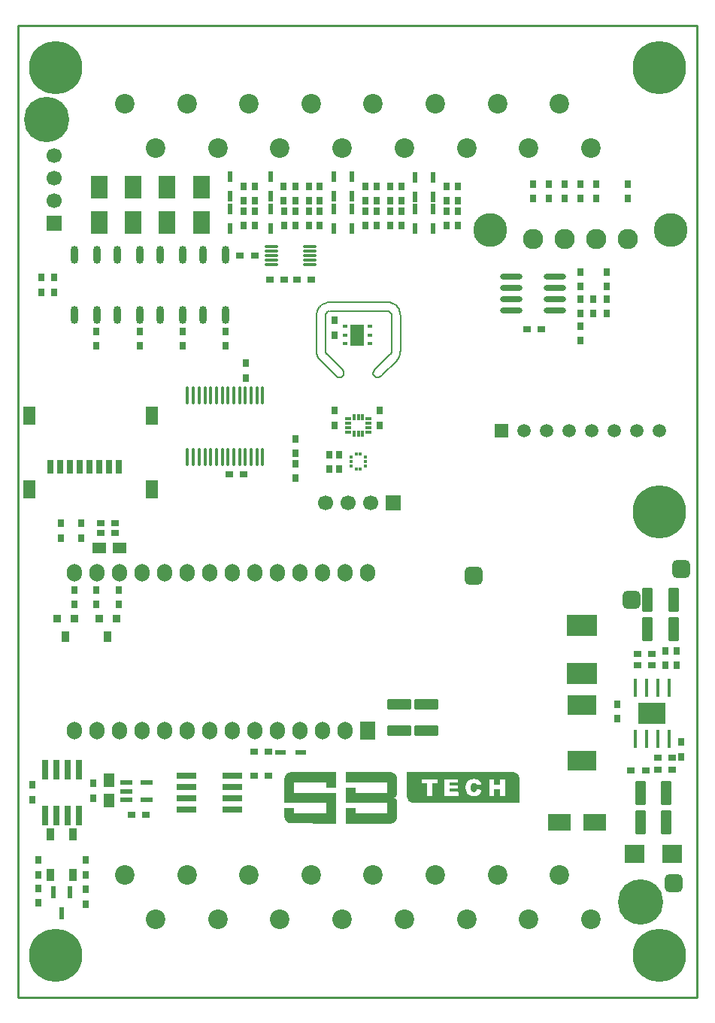
<source format=gts>
%FSTAX23Y23*%
%MOIN*%
%SFA1B1*%

%IPPOS*%
%AMD15*
4,1,8,0.027000,-0.009900,0.027000,0.009900,0.025200,0.011600,-0.025200,0.011600,-0.027000,0.009900,-0.027000,-0.009900,-0.025200,-0.011600,0.025200,-0.011600,0.027000,-0.009900,0.0*
1,1,0.003480,0.025200,-0.009900*
1,1,0.003480,0.025200,0.009900*
1,1,0.003480,-0.025200,0.009900*
1,1,0.003480,-0.025200,-0.009900*
%
%AMD17*
4,1,8,-0.027600,-0.005500,0.027600,-0.005500,0.028900,-0.004100,0.028900,0.004100,0.027600,0.005500,-0.027600,0.005500,-0.028900,0.004100,-0.028900,-0.004100,-0.027600,-0.005500,0.0*
1,1,0.002760,-0.027600,-0.004100*
1,1,0.002760,0.027600,-0.004100*
1,1,0.002760,0.027600,0.004100*
1,1,0.002760,-0.027600,0.004100*
%
%AMD19*
4,1,8,-0.010800,-0.005900,0.010800,-0.005900,0.012300,-0.004400,0.012300,0.004400,0.010800,0.005900,-0.010800,0.005900,-0.012300,0.004400,-0.012300,-0.004400,-0.010800,-0.005900,0.0*
1,1,0.002960,-0.010800,-0.004400*
1,1,0.002960,0.010800,-0.004400*
1,1,0.002960,0.010800,0.004400*
1,1,0.002960,-0.010800,0.004400*
%
%AMD20*
4,1,8,-0.004400,-0.012300,0.004400,-0.012300,0.005900,-0.010800,0.005900,0.010800,0.004400,0.012300,-0.004400,0.012300,-0.005900,0.010800,-0.005900,-0.010800,-0.004400,-0.012300,0.0*
1,1,0.002960,-0.004400,-0.010800*
1,1,0.002960,0.004400,-0.010800*
1,1,0.002960,0.004400,0.010800*
1,1,0.002960,-0.004400,0.010800*
%
%AMD25*
4,1,8,0.017700,0.053100,-0.017700,0.053100,-0.022600,0.048200,-0.022600,-0.048200,-0.017700,-0.053100,0.017700,-0.053100,0.022600,-0.048200,0.022600,0.048200,0.017700,0.053100,0.0*
1,1,0.009960,0.017700,0.048200*
1,1,0.009960,-0.017700,0.048200*
1,1,0.009960,-0.017700,-0.048200*
1,1,0.009960,0.017700,-0.048200*
%
%AMD26*
4,1,8,-0.053100,0.017700,-0.053100,-0.017700,-0.048200,-0.022600,0.048200,-0.022600,0.053100,-0.017700,0.053100,0.017700,0.048200,0.022600,-0.048200,0.022600,-0.053100,0.017700,0.0*
1,1,0.009960,-0.048200,0.017700*
1,1,0.009960,-0.048200,-0.017700*
1,1,0.009960,0.048200,-0.017700*
1,1,0.009960,0.048200,0.017700*
%
%AMD57*
4,1,8,0.000000,-0.033500,0.000000,-0.033500,0.033500,0.000000,0.033500,0.000000,0.000000,0.033500,0.000000,0.033500,-0.033500,0.000000,-0.033500,0.000000,0.000000,-0.033500,0.0*
1,1,0.066940,0.000000,0.000000*
1,1,0.066940,0.000000,0.000000*
1,1,0.066940,0.000000,0.000000*
1,1,0.066940,0.000000,0.000000*
%
%AMD59*
4,1,8,0.033500,0.000000,0.033500,0.000000,0.000000,0.033500,0.000000,0.033500,-0.033500,0.000000,-0.033500,0.000000,0.000000,-0.033500,0.000000,-0.033500,0.033500,0.000000,0.0*
1,1,0.066940,0.000000,0.000000*
1,1,0.066940,0.000000,0.000000*
1,1,0.066940,0.000000,0.000000*
1,1,0.066940,0.000000,0.000000*
%
%AMD68*
4,1,8,0.019700,0.039400,-0.019700,0.039400,-0.039400,0.019700,-0.039400,-0.019700,-0.019700,-0.039400,0.019700,-0.039400,0.039400,-0.019700,0.039400,0.019700,0.019700,0.039400,0.0*
1,1,0.039360,0.019700,0.019700*
1,1,0.039360,-0.019700,0.019700*
1,1,0.039360,-0.019700,-0.019700*
1,1,0.039360,0.019700,-0.019700*
%
%ADD10R,0.023620X0.053150*%
%ADD11R,0.017720X0.084650*%
%ADD12R,0.122050X0.094490*%
%ADD13R,0.036000X0.036000*%
%ADD14R,0.036000X0.050000*%
G04~CAMADD=15~8~0.0~0.0~232.3~539.4~17.4~0.0~15~0.0~0.0~0.0~0.0~0~0.0~0.0~0.0~0.0~0~0.0~0.0~0.0~270.0~540.0~232.0*
%ADD15D15*%
%ADD16R,0.035430X0.031500*%
G04~CAMADD=17~8~0.0~0.0~578.7~110.2~13.8~0.0~15~0.0~0.0~0.0~0.0~0~0.0~0.0~0.0~0.0~0~0.0~0.0~0.0~180.0~578.0~110.0*
%ADD17D17*%
%ADD18O,0.014330X0.079350*%
G04~CAMADD=19~8~0.0~0.0~246.1~118.1~14.8~0.0~15~0.0~0.0~0.0~0.0~0~0.0~0.0~0.0~0.0~0~0.0~0.0~0.0~180.0~246.0~118.0*
%ADD19D19*%
G04~CAMADD=20~8~0.0~0.0~118.1~246.1~14.8~0.0~15~0.0~0.0~0.0~0.0~0~0.0~0.0~0.0~0.0~0~0.0~0.0~0.0~180.0~118.0~246.0*
%ADD20D20*%
%ADD21O,0.035430X0.078740*%
%ADD22R,0.057090X0.078740*%
%ADD23R,0.031500X0.059050*%
%ADD24R,0.135000X0.098000*%
G04~CAMADD=25~8~0.0~0.0~452.8~1063.0~49.8~0.0~15~0.0~0.0~0.0~0.0~0~0.0~0.0~0.0~0.0~0~0.0~0.0~0.0~0.0~452.8~1063.0*
%ADD25D25*%
G04~CAMADD=26~8~0.0~0.0~452.8~1063.0~49.8~0.0~15~0.0~0.0~0.0~0.0~0~0.0~0.0~0.0~0.0~0~0.0~0.0~0.0~90.0~1062.0~452.0*
%ADD26D26*%
%ADD27R,0.013680X0.014830*%
%ADD28R,0.014830X0.013680*%
%ADD29R,0.035430X0.053150*%
%ADD30R,0.059050X0.094490*%
%ADD31R,0.023620X0.015750*%
%ADD32R,0.045560X0.019360*%
%ADD33R,0.019360X0.045560*%
%ADD34R,0.025590X0.085430*%
%ADD35R,0.085430X0.025590*%
%ADD36R,0.085430X0.078740*%
%ADD37R,0.074800X0.098420*%
%ADD38R,0.098420X0.074800*%
%ADD39R,0.031500X0.035430*%
%ADD40R,0.050000X0.060000*%
%ADD41R,0.060000X0.050000*%
%ADD42R,0.125200X0.085840*%
%ADD43O,0.098420X0.027560*%
%ADD45C,0.010000*%
%ADD55C,0.005910*%
%ADD56R,0.066930X0.066930*%
G04~CAMADD=57~8~0.0~0.0~669.3~669.3~334.7~0.0~15~0.0~0.0~0.0~0.0~0~0.0~0.0~0.0~0.0~0~0.0~0.0~0.0~180.0~670.0~669.0*
%ADD57D57*%
%ADD58R,0.066930X0.066930*%
G04~CAMADD=59~8~0.0~0.0~669.3~669.3~334.7~0.0~15~0.0~0.0~0.0~0.0~0~0.0~0.0~0.0~0.0~0~0.0~0.0~0.0~270.0~670.0~669.0*
%ADD59D59*%
%ADD60C,0.086610*%
%ADD61C,0.090000*%
%ADD62C,0.150000*%
%ADD63R,0.059050X0.059050*%
%ADD64C,0.059050*%
%ADD65R,0.066930X0.078740*%
%ADD66O,0.066930X0.078740*%
%ADD67C,0.236220*%
G04~CAMADD=68~8~0.0~0.0~787.4~787.4~196.8~0.0~15~0.0~0.0~0.0~0.0~0~0.0~0.0~0.0~0.0~0~0.0~0.0~0.0~0.0~787.4~787.4*
%ADD68D68*%
%ADD92C,0.200790*%
%LNsbtech_icarusboard_1v0-1*%
%LPD*%
G36*
X01454Y00999D02*
X01653Y00999D01*
X01653Y00999*
X01654Y00999*
X01654Y00999*
X01654Y00999*
X01655Y00999*
X01656Y00999*
X01656Y00999*
X01657Y00998*
X01658Y00998*
X01658Y00998*
X01659Y00998*
X01659Y00998*
X0166Y00997*
X0166Y00997*
X0166Y00997*
X01661Y00997*
X01661Y00997*
X01662Y00997*
X01662Y00996*
X01663Y00996*
X01663Y00996*
X01663Y00996*
X01663Y00996*
X01663Y00996*
X01664Y00996*
X01664Y00996*
X01664Y00995*
X01665Y00995*
X01665Y00995*
X01666Y00995*
X01666Y00994*
X01666Y00994*
X01666Y00994*
X01667Y00994*
X01667Y00994*
X01667Y00993*
X01667Y00993*
X01668Y00993*
X01668Y00993*
X01669Y00993*
X01669Y00992*
X01669Y00992*
X01669Y00992*
X01669Y00992*
X01669Y00992*
X0167Y00991*
X0167Y00991*
X01671Y00991*
X01671Y00991*
X01671Y0099*
X01671Y0099*
X01671Y0099*
X01671Y0099*
X01672Y0099*
X01672Y0099*
X01672Y00989*
X01672Y00989*
X01672Y00989*
X01672Y00989*
X01672Y00989*
X01673Y00989*
X01673Y00989*
X01673Y00988*
X01673Y00988*
X01673Y00988*
X01673Y00988*
X01674Y00987*
X01674Y00987*
X01674Y00987*
X01674Y00986*
X01674Y00986*
X01675Y00986*
X01675Y00986*
X01675Y00985*
X01676Y00985*
X01676Y00984*
X01676Y00984*
X01676Y00984*
X01676Y00983*
X01677Y00983*
X01677Y00983*
X01677Y00982*
X01677Y00982*
X01677Y00982*
X01677Y00981*
X01678Y00981*
X01678Y0098*
X01678Y0098*
X01678Y0098*
X01678Y0098*
X01678Y00979*
X01678Y00979*
X01678Y00978*
X01679Y00978*
X01679Y00977*
X01679Y00977*
X01679Y00977*
X01679Y00976*
X01679Y00975*
X01679Y00975*
X0168Y00975*
X0168Y00973*
X0168Y00973*
X0168Y00972*
X0168Y00972*
X0168Y00971*
X0168Y0097*
X0168Y0097*
X0168Y00906*
X0168Y00906*
X0168Y00906*
X0168Y00905*
X0168Y00904*
X0168Y00903*
X0168Y00903*
X01679Y00902*
X01679Y00902*
X01679Y00902*
X01679Y00901*
X01679Y00901*
X01679Y009*
X01679Y009*
X01679Y00899*
X01678Y00899*
X01678Y00898*
X01678Y00897*
X01678Y00897*
X01678Y00896*
X01678Y00896*
X01677Y00896*
X01677Y00895*
X01677Y00895*
X01677Y00894*
X01677Y00894*
X01677Y00894*
X01676Y00894*
X01676Y00893*
X01676Y00893*
X01676Y00893*
X01676Y00892*
X01676Y00892*
X01675Y00892*
X01675Y00892*
X01675Y00891*
X01675Y00891*
X01675Y00891*
X01674Y00891*
X01674Y0089*
X01674Y0089*
X01674Y0089*
X01673Y00889*
X01673Y00889*
X01673Y00889*
X01672Y00888*
X01672Y00888*
X01671Y00888*
X01671Y00887*
X01671Y00887*
X01671Y00887*
X01671Y00887*
X0167Y00887*
X0167Y00887*
X01669Y00887*
X01669Y00886*
X01669Y00886*
X01668Y00886*
X01668Y00886*
X01667Y00886*
X01667Y00886*
X01667Y00885*
X01667Y00885*
X01667Y00885*
X01667Y00885*
X01668Y00884*
X01668Y00884*
X01668Y00884*
X01669Y00884*
X01669Y00884*
X0167Y00883*
X0167Y00883*
X01671Y00883*
X01671Y00883*
X01671Y00883*
X01671Y00883*
X01672Y00882*
X01672Y00882*
X01673Y00882*
X01673Y00881*
X01673Y00881*
X01674Y00881*
X01674Y00881*
X01674Y0088*
X01675Y0088*
X01675Y0088*
X01675Y0088*
X01676Y00879*
X01676Y00879*
X01676Y00878*
X01677Y00878*
X01677Y00878*
X01677Y00878*
X01677Y00877*
X01677Y00877*
X01678Y00877*
X01678Y00876*
X01678Y00876*
X01678Y00875*
X01679Y00875*
X01679Y00875*
X01679Y00874*
X01679Y00874*
X0168Y00873*
X0168Y00873*
X0168Y00872*
X0168Y00872*
X0168Y00871*
X0168Y00871*
X0168Y0087*
X0168Y0087*
X0168Y00869*
X0168Y008*
X0168Y00799*
X0168Y00798*
X0168Y00797*
X0168Y00797*
X0168Y00797*
X0168Y00796*
X01679Y00795*
X01679Y00795*
X01679Y00795*
X01679Y00794*
X01679Y00793*
X01679Y00793*
X01678Y00792*
X01678Y00792*
X01678Y00791*
X01678Y00791*
X01678Y00791*
X01678Y00791*
X01678Y0079*
X01678Y0079*
X01678Y00789*
X01677Y00789*
X01677Y00789*
X01677Y00788*
X01677Y00788*
X01677Y00788*
X01677Y00788*
X01677Y00787*
X01676Y00787*
X01676Y00787*
X01676Y00787*
X01676Y00786*
X01675Y00785*
X01675Y00785*
X01675Y00784*
X01675Y00784*
X01675Y00784*
X01674Y00784*
X01674Y00784*
X01674Y00783*
X01674Y00783*
X01673Y00783*
X01673Y00782*
X01673Y00782*
X01673Y00782*
X01673Y00781*
X01673Y00781*
X01672Y00781*
X01672Y00781*
X01672Y00781*
X01672Y00781*
X01672Y00781*
X01672Y0078*
X01671Y0078*
X01671Y0078*
X01671Y0078*
X01671Y0078*
X01671Y0078*
X01671Y0078*
X0167Y00779*
X0167Y00779*
X0167Y00779*
X0167Y00779*
X0167Y00779*
X0167Y00779*
X0167Y00778*
X01669Y00778*
X01669Y00778*
X01669Y00778*
X01668Y00778*
X01668Y00777*
X01668Y00777*
X01667Y00777*
X01667Y00777*
X01667Y00776*
X01667Y00776*
X01666Y00776*
X01665Y00775*
X01665Y00775*
X01665Y00775*
X01664Y00775*
X01664Y00775*
X01663Y00774*
X01663Y00774*
X01663Y00774*
X01662Y00774*
X01662Y00773*
X01661Y00773*
X01661Y00773*
X0166Y00773*
X0166Y00773*
X01659Y00773*
X01659Y00772*
X01658Y00772*
X01658Y00772*
X01657Y00772*
X01657Y00772*
X01656Y00772*
X01656Y00772*
X01655Y00772*
X01654Y00771*
X01654Y00771*
X01654Y00771*
X01465Y00771*
X01465Y00771*
X01465Y00771*
X01465Y00771*
X01464Y00771*
X01453Y00771*
X01453Y00772*
X01453Y00772*
X01452Y00772*
X01452Y00839*
X01453Y0084*
X01453Y0084*
X01495Y0084*
X01495Y00839*
X01495Y00839*
X01495Y00817*
X01496Y00817*
X01496Y00817*
X01496Y00817*
X01637Y00817*
X01637Y00817*
X01637Y00817*
X01637Y00817*
X01637Y00862*
X01637Y00862*
X01637Y00862*
X01453Y00863*
X01453Y00863*
X01453Y00863*
X01453Y00864*
X01453Y0093*
X01453Y00931*
X01453Y00931*
X01453Y00931*
X01453Y00931*
X01495Y00931*
X01496Y00931*
X01496Y0093*
X01496Y00908*
X01496Y00908*
X01496Y00908*
X0161*
X01637Y00908*
X01637Y00908*
X01637Y00908*
X01637Y00909*
X01637Y00953*
X01637Y00954*
X01637Y00954*
X01636Y00954*
X01453Y00954*
X01453Y00954*
X01452Y00954*
X01452Y00954*
X01452Y00999*
X01452Y00999*
X01453Y00999*
X01454Y00999*
G37*
G36*
X01725Y00999D02*
X01726Y00999D01*
X02158*
X02193Y00999*
X02194Y00999*
X02194Y00999*
X02195Y00999*
X02197Y00999*
X02197Y00999*
X02198Y00999*
X02198Y00999*
X02199Y00999*
X02199Y00999*
X022Y00999*
X022Y00999*
X02201Y00998*
X02201Y00998*
X02202Y00998*
X02202Y00998*
X02203Y00998*
X02203Y00997*
X02204Y00997*
X02204Y00997*
X02204Y00997*
X02204Y00997*
X02205Y00997*
X02205Y00997*
X02206Y00996*
X02206Y00996*
X02207Y00996*
X02207Y00996*
X02207Y00996*
X02207Y00996*
X02207Y00996*
X02208Y00995*
X02208Y00995*
X02208Y00995*
X02208Y00995*
X02209Y00995*
X02209Y00994*
X0221Y00994*
X0221Y00994*
X0221Y00994*
X02211Y00994*
X02211Y00993*
X02211Y00993*
X02211Y00993*
X02212Y00993*
X02212Y00992*
X02212Y00992*
X02212Y00992*
X02213Y00992*
X02213Y00992*
X02213Y00992*
X02213Y00991*
X02213Y00991*
X02214Y00991*
X02214Y0099*
X02214Y0099*
X02214Y0099*
X02214Y0099*
X02214Y0099*
X02215Y0099*
X02215Y00989*
X02215Y00989*
X02216Y00989*
X02216Y00989*
X02216Y00988*
X02216Y00988*
X02216Y00988*
X02216Y00988*
X02217Y00987*
X02217Y00987*
X02217Y00987*
X02217Y00987*
X02218Y00986*
X02218Y00986*
X02218Y00986*
X02218Y00985*
X02218Y00985*
X02218Y00985*
X02218Y00985*
X02219Y00985*
X02219Y00984*
X02219Y00984*
X02219Y00984*
X02219Y00983*
X0222Y00983*
X0222Y00983*
X0222Y00982*
X0222Y00982*
X0222Y00981*
X0222Y00981*
X02221Y00981*
X02221Y0098*
X02221Y00979*
X02221Y00979*
X02221Y00979*
X02221Y00978*
X02221Y00978*
X02222Y00978*
X02222Y00978*
X02222Y00977*
X02222Y00977*
X02222Y00977*
X02222Y00976*
X02222Y00975*
X02222Y00975*
X02222Y00974*
X02223Y00973*
X02223Y00973*
X02223Y00972*
X02223Y00972*
X02223Y00972*
X02223Y00972*
X02223Y00972*
X02223Y00971*
X02223Y00863*
X02223Y00863*
X02222Y00863*
X02222Y00863*
X02222Y00863*
X02222Y00863*
X01754Y00863*
X01754Y00863*
X01754Y00863*
X01753Y00863*
X01753Y00863*
X01752Y00863*
X01751Y00863*
X0175Y00863*
X01749Y00863*
X01749Y00863*
X01748Y00864*
X01747Y00864*
X01747Y00864*
X01746Y00864*
X01746Y00864*
X01746Y00864*
X01745Y00864*
X01745Y00864*
X01744Y00865*
X01744Y00865*
X01743Y00865*
X01743Y00865*
X01743Y00865*
X01742Y00865*
X01742Y00866*
X01741Y00866*
X01741Y00866*
X01741Y00866*
X01741Y00866*
X0174Y00866*
X0174Y00867*
X01739Y00867*
X01739Y00867*
X01739Y00867*
X01739Y00867*
X01738Y00868*
X01738Y00868*
X01737Y00868*
X01737Y00868*
X01737Y00869*
X01736Y00869*
X01736Y00869*
X01736Y00869*
X01735Y0087*
X01735Y0087*
X01735Y0087*
X01735Y0087*
X01734Y0087*
X01731Y00874*
X01731Y00874*
X01731Y00874*
X01731Y00874*
X01731Y00874*
X0173Y00875*
X0173Y00875*
X0173Y00875*
X0173Y00876*
X01729Y00876*
X01729Y00877*
X01729Y00877*
X01729Y00878*
X01728Y00878*
X01728Y00878*
X01728Y00878*
X01728Y00879*
X01728Y00879*
X01728Y00879*
X01727Y0088*
X01727Y0088*
X01727Y0088*
X01727Y0088*
X01727Y00881*
X01727Y00881*
X01726Y00882*
X01726Y00882*
X01726Y00882*
X01726Y00883*
X01726Y00883*
X01726Y00884*
X01725Y00884*
X01725Y00885*
X01725Y00885*
X01725Y00886*
X01725Y00886*
X01725Y00886*
X01725Y00887*
X01725Y00887*
X01725Y00888*
X01724Y00889*
X01724Y00889*
X01724Y0089*
X01724Y0089*
X01724Y00891*
X01724Y00893*
X01724Y00893*
X01724Y00999*
X01724Y00999*
X01724Y01*
X01725Y00999*
G37*
G36*
X01409Y00999D02*
X01409Y00999D01*
X01409Y00931*
X01409Y00931*
X01408Y00931*
X01408Y00931*
X01408Y00931*
X01367Y00931*
X01366Y00931*
X01366Y00931*
X01366Y00931*
X01366Y00932*
X01366Y00953*
X01366Y00954*
X01365Y00954*
X01365Y00954*
X01224Y00954*
X01224Y00954*
X01224Y00953*
X01224Y00908*
X01224Y00908*
X01224Y00908*
X01225Y00908*
X01408Y00908*
X01408Y00908*
X01409Y00908*
X01409Y00907*
Y00807*
Y00807*
X01409Y00772*
X01409Y00771*
X01408Y00771*
X01407Y00771*
X01209Y00772*
X01208Y00772*
X01207Y00772*
X01206Y00772*
X01206Y00772*
X01206Y00772*
X01205Y00772*
X01205Y00772*
X01204Y00772*
X01203Y00773*
X01203Y00773*
X01202Y00773*
X01202Y00773*
X01201Y00773*
X01201Y00773*
X01201Y00773*
X012Y00774*
X01199Y00774*
X01199Y00774*
X01198Y00774*
X01198Y00774*
X01198Y00774*
X01198Y00775*
X01198Y00775*
X01197Y00775*
X01197Y00775*
X01197Y00775*
X01196Y00775*
X01196Y00776*
X01195Y00776*
X01195Y00776*
X01194Y00777*
X01194Y00777*
X01193Y00777*
X01193Y00778*
X01193Y00778*
X01192Y00778*
X01192Y00778*
X01192Y00778*
X01192Y00779*
X01192Y00779*
X01192Y00779*
X01192Y00779*
X01191Y00779*
X01191Y00779*
X01189Y00781*
X01189Y00782*
X01189Y00782*
X01188Y00782*
X01188Y00782*
X01188Y00783*
X01188Y00783*
X01187Y00784*
X01187Y00784*
X01187Y00784*
X01186Y00785*
X01186Y00785*
X01186Y00786*
X01185Y00786*
X01185Y00787*
X01185Y00787*
X01185Y00787*
X01185Y00788*
X01185Y00788*
X01184Y00788*
X01184Y00788*
X01184Y00788*
X01184Y00789*
X01184Y00789*
X01184Y0079*
X01184Y0079*
X01183Y00791*
X01183Y00791*
X01183Y00791*
X01183Y00791*
X01183Y00792*
X01183Y00792*
X01183Y00793*
X01182Y00793*
X01182Y00794*
X01182Y00795*
X01182Y00795*
X01182Y00796*
X01182Y00796*
X01182Y00797*
X01182Y00798*
X01181Y00798*
X01181Y00799*
X01181Y00799*
X01181Y00799*
X01181Y0084*
X01224Y0084*
X01224Y00839*
X01224Y00839*
X01224Y00838*
X01224Y00817*
X01224Y00817*
X01224Y00817*
X01366Y00817*
X01366Y00817*
X01366Y00817*
X01366Y00819*
X01366Y00862*
X01366Y00862*
X01366Y00862*
X01181Y00863*
X01181Y00972*
X01181Y00972*
X01181Y00972*
X01182Y00973*
X01182Y00974*
X01182Y00974*
X01182Y00975*
X01182Y00976*
X01182Y00976*
X01182Y00977*
X01182Y00978*
X01182Y00978*
X01183Y00978*
X01183Y00979*
X01183Y0098*
X01183Y00981*
X01184Y00981*
X01184Y00982*
X01184Y00982*
X01184Y00982*
X01184Y00983*
X01185Y00983*
X01185Y00983*
X01185Y00983*
X01185Y00984*
X01185Y00984*
X01185Y00984*
X01185Y00985*
X01186Y00985*
X01186Y00985*
X01186Y00986*
X01186Y00986*
X01187Y00986*
X01187Y00987*
X01187Y00987*
X01187Y00987*
X01188Y00988*
X01188Y00988*
X01188Y00989*
X01188Y00989*
X01189Y00989*
X01189Y00989*
X01189Y0099*
X01191Y00992*
X01192Y00992*
X01192Y00993*
X01192Y00993*
X01193Y00993*
X01193Y00993*
X01193Y00993*
X01194Y00994*
X01194Y00994*
X01194Y00994*
X01195Y00995*
X01196Y00995*
X01196Y00995*
X01197Y00996*
X01197Y00996*
X01197Y00996*
X01197Y00996*
X01197Y00996*
X01198Y00996*
X01198Y00996*
X01198Y00996*
X01199Y00997*
X01199Y00997*
X01199Y00997*
X012Y00997*
X012Y00997*
X01201Y00997*
X01201Y00998*
X01202Y00998*
X01203Y00998*
X01203Y00998*
X01203Y00998*
X01204Y00998*
X01204Y00998*
X01205Y00999*
X01205Y00999*
X01206Y00999*
X01206Y00999*
X01207Y00999*
X01207Y00999*
X01207Y00999*
X01208Y00999*
X01209Y00999*
X01408Y00999*
X01408Y00999*
X01409Y00999*
G37*
%LNsbtech_icarusboard_1v0-2*%
%LPC*%
G36*
X01857Y00967D02*
X01791D01*
X01789Y00967*
X01789Y00967*
X01789Y00967*
X01789Y00966*
X01789Y0095*
X01789Y0095*
X01789Y0095*
X0179Y00949*
X01812Y00949*
X01812Y00949*
X01812Y00949*
X01812Y00896*
X01812Y00895*
X01812Y00895*
X01813Y00895*
X01834Y00895*
X01835Y00895*
X01835Y00895*
X01835Y00896*
X01835Y00948*
X01835Y00948*
X01835Y00949*
X01835Y00949*
X01835Y00949*
X01835Y00949*
X01857Y00949*
X01858Y0095*
X01858Y0095*
X01858Y00951*
X01858Y00967*
X01857Y00967*
X01857Y00967*
X01857Y00967*
G37*
G36*
X0195Y00968D02*
X01949Y00967D01*
X0189Y00967*
X0189Y00967*
X0189Y00895*
X0189Y00895*
X01891Y00895*
X01951Y00895*
X01952Y00895*
X01952Y00895*
X01952Y00911*
X01952Y00911*
X01951Y00912*
X01913Y00912*
X01913Y00912*
X01913Y00912*
X01913Y00925*
X01913Y00926*
X01914Y00926*
X01947Y00926*
X01948Y00926*
X01948Y00926*
X01948Y00926*
X01948Y00927*
X01948Y0094*
X01948Y0094*
X01947Y00941*
X01914Y00941*
X01913Y00941*
X01913Y00941*
X01913Y00941*
X01913Y00952*
X01913Y00952*
X01914Y00952*
X01914Y00952*
X01949*
X0195Y00952*
X0195Y00952*
X01951Y00952*
X0195Y00967*
X0195Y00967*
X0195Y00968*
G37*
G36*
X02022Y00969D02*
X02015Y00969D01*
X02015Y00969*
X02014Y00968*
X02012Y00968*
X02011Y00968*
X02011Y00968*
X0201Y00968*
X0201Y00968*
X0201Y00968*
X02009Y00968*
X02008Y00967*
X02008Y00967*
X02007Y00967*
X02007Y00967*
X02007Y00967*
X02006Y00967*
X02006Y00967*
X02005Y00966*
X02005Y00966*
X02004Y00966*
X02004Y00966*
X02003Y00966*
X02003Y00966*
X02003Y00965*
X02002Y00965*
X02002Y00965*
X02002Y00965*
X02001Y00965*
X02001Y00965*
X02001Y00964*
X02Y00964*
X02Y00964*
X02Y00964*
X01999Y00964*
X01999Y00963*
X01999Y00963*
X01998Y00963*
X01998Y00963*
X01998Y00963*
X01997Y00962*
X01997Y00962*
X01996Y00962*
X01996Y00961*
X01995Y00961*
X01995Y00961*
X01995Y00961*
X01995Y00961*
X01995Y00961*
X01995Y0096*
X01995Y0096*
X01994Y0096*
X01994Y0096*
X01994Y0096*
X01994Y0096*
X01994Y00959*
X01994Y00959*
X01993Y00959*
X01993Y00959*
X01993Y00959*
X01993Y00959*
X01993Y00959*
X01993Y00958*
X01992Y00958*
X01992Y00958*
X01992Y00958*
X01992Y00958*
X01992Y00958*
X01992Y00958*
X01992Y00957*
X01992Y00957*
X01991Y00957*
X01991Y00957*
X01991Y00956*
X01991Y00956*
X0199Y00956*
X0199Y00955*
X0199Y00955*
X0199Y00955*
X0199Y00955*
X01989Y00954*
X01989Y00954*
X01989Y00954*
X01989Y00953*
X01989Y00953*
X01989Y00953*
X01988Y00953*
X01988Y00952*
X01988Y00952*
X01988Y00952*
X01988Y00952*
X01988Y00951*
X01988Y00951*
X01988Y00951*
X01987Y00951*
X01987Y00951*
X01987Y0095*
X01987Y0095*
X01987Y00949*
X01987Y00949*
X01987Y00948*
X01986Y00947*
X01986Y00947*
X01986Y00946*
X01985Y00945*
X01985Y00945*
X01985Y00944*
X01985Y00944*
X01985Y00943*
X01985Y00943*
X01985Y00942*
X01985Y00941*
X01985Y00941*
X01984Y00941*
X01984Y00941*
X01984Y0094*
X01984Y00939*
X01984Y00938*
X01984Y00937*
X01984Y00937*
X01984Y00937*
X01984Y00936*
X01984Y00936*
X01984Y00933*
X01984Y00932*
X01984Y00932*
X01984Y0093*
X01984Y0093*
X01984Y00929*
X01984Y00927*
X01984Y00927*
X01984Y00926*
X01984Y00925*
X01984Y00925*
X01984Y00925*
X01984Y00923*
X01984Y00923*
X01984Y00922*
X01985Y00922*
X01985Y00921*
X01985Y00921*
X01985Y0092*
X01985Y00919*
X01985Y00919*
X01985Y00919*
X01985Y00918*
X01985Y00918*
X01985Y00917*
X01986Y00917*
X01986Y00916*
X01986Y00916*
X01986Y00915*
X01986Y00915*
X01987Y00914*
X01987Y00914*
X01987Y00913*
X01987Y00913*
X01987Y00913*
X01987Y00913*
X01987Y00912*
X01988Y00912*
X01988Y00911*
X01988Y00911*
X01988Y0091*
X01989Y0091*
X01989Y0091*
X01989Y00909*
X01989Y00909*
X01989Y00909*
X0199Y00909*
X0199Y00908*
X0199Y00908*
X01991Y00907*
X01991Y00907*
X01991Y00907*
X01991Y00907*
X01991Y00906*
X01991Y00906*
X01992Y00905*
X01992Y00905*
X01992Y00905*
X01992Y00905*
X01993Y00905*
X01993Y00904*
X01993Y00904*
X01993Y00904*
X01993Y00904*
X01993Y00904*
X01996Y00901*
X01996Y00901*
X01996Y00901*
X01996Y00901*
X01997Y00901*
X01997Y009*
X01997Y009*
X01997Y009*
X01997Y009*
X01998Y009*
X01998Y00899*
X01999Y00899*
X01999Y00899*
X01999Y00899*
X02Y00898*
X02Y00898*
X02001Y00898*
X02001Y00897*
X02002Y00897*
X02002Y00897*
X02002Y00897*
X02003Y00897*
X02003Y00897*
X02003Y00897*
X02004Y00896*
X02004Y00896*
X02004Y00896*
X02004Y00896*
X02005Y00896*
X02006Y00896*
X02006Y00896*
X02007Y00895*
X02007Y00895*
X02007Y00895*
X02008Y00895*
X02008Y00895*
X02009Y00895*
X0201Y00895*
X0201Y00895*
X02011Y00894*
X02011Y00894*
X02012Y00894*
X02012Y00894*
X02013Y00894*
X02014Y00894*
X02014Y00894*
X02015Y00894*
X02016Y00894*
X02016Y00894*
X02021Y00894*
X02024Y00894*
X02025Y00894*
X02027Y00894*
X02027Y00894*
X02028Y00894*
X02028Y00894*
X02029Y00894*
X0203Y00894*
X0203Y00894*
X02031Y00894*
X02031*
X02031Y00894*
X02031Y00894*
X02032Y00895*
X02032Y00895*
X02033Y00895*
X02033Y00895*
X02034Y00895*
X02034Y00895*
X02034Y00895*
X02035Y00895*
X02035Y00895*
X02035Y00896*
X02036Y00896*
X02036Y00896*
X02036Y00896*
X02037Y00896*
X02037Y00896*
X02038Y00897*
X02038Y00897*
X02039Y00897*
X02039Y00897*
X02039Y00897*
X0204Y00897*
X0204Y00898*
X0204Y00898*
X0204Y00898*
X02041Y00898*
X02041Y00898*
X02041Y00898*
X02041Y00898*
X02042Y00899*
X02042Y00899*
X02042Y00899*
X02043Y00899*
X02043Y009*
X02043Y009*
X02043Y009*
X02044Y009*
X02044Y009*
X02044Y00901*
X02044Y00901*
X02044Y00901*
X02045Y00901*
X02045Y00901*
X02045Y00901*
X02045Y00902*
X02045Y00902*
X02045Y00902*
X02046Y00902*
X02046Y00902*
X02046Y00902*
X02046Y00902*
X02046Y00903*
X02046Y00903*
X02047Y00903*
X02047Y00903*
X02047Y00903*
X02047Y00903*
X02047Y00904*
X02047Y00904*
X02048Y00904*
X02048Y00905*
X02048Y00905*
X02049Y00905*
X02049Y00906*
X02049Y00906*
X02049Y00906*
X0205Y00907*
X0205Y00907*
X0205Y00907*
X0205Y00908*
X02051Y00908*
X02051Y00909*
X02051Y00909*
X02051Y0091*
X02052Y0091*
X02052Y0091*
X02052Y00911*
X02052Y00911*
X02052Y00912*
X02052Y00912*
X02052Y00912*
X02053Y00913*
X02053Y00913*
X02053Y00913*
X02053Y00914*
X02053Y00914*
X02053Y00914*
X02054Y00916*
X02054Y00916*
X02054Y00917*
X02054Y00917*
X02054Y00918*
X02054Y00918*
X02054Y00918*
X02054Y00919*
X02054Y00919*
X02053Y00919*
X02053Y00919*
X02052Y00919*
X02052Y0092*
X02052Y0092*
X02051Y0092*
X02051Y0092*
X02051Y0092*
X02051Y0092*
X0205Y0092*
X0205Y0092*
X02049Y0092*
X02048Y00921*
X02048Y00921*
X02047Y00921*
X02047Y00921*
X02047Y00921*
X02046Y00921*
X02046Y00921*
X02045Y00922*
X02045Y00922*
X02044Y00922*
X02043Y00922*
X02043Y00922*
X02043Y00922*
X02042Y00923*
X02042Y00923*
X02041Y00923*
X02041Y00923*
X0204Y00923*
X02039Y00923*
X02039Y00924*
X02038Y00924*
X02038Y00924*
X02037Y00924*
X02037Y00924*
X02036Y00924*
X02036Y00924*
X02036Y00925*
X02035Y00925*
X02035Y00925*
X02035Y00925*
X02035Y00925*
X02034Y00924*
X02034Y00924*
X02034Y00923*
X02034Y00923*
X02034Y00922*
X02034Y00921*
X02033Y00921*
X02033Y0092*
X02033Y0092*
X02033Y00919*
X02033Y00919*
X02033Y00918*
X02032Y00918*
X02032Y00918*
X02032Y00918*
X02032Y00917*
X02032Y00917*
X02031Y00917*
X02031Y00916*
X02031Y00916*
X02031Y00915*
X02031Y00915*
X0203Y00915*
X0203Y00915*
X02029Y00914*
X02029Y00914*
X02029Y00914*
X02029Y00913*
X02029Y00913*
X02028Y00913*
X02028Y00913*
X02028Y00912*
X02027Y00912*
X02027Y00912*
X02026Y00912*
X02026Y00912*
X02026Y00912*
X02026Y00912*
X02025Y00912*
X02025Y00911*
X02024Y00911*
X02024Y00911*
X02024Y00911*
X02023Y00911*
X02022Y00911*
X02021Y00911*
X02021Y00911*
X0202Y00911*
X02019Y00911*
X02017Y00911*
X02017Y00911*
X02017Y00911*
X02016Y00911*
X02015Y00912*
X02014Y00912*
X02014Y00912*
X02014Y00912*
X02013Y00912*
X02013Y00912*
X02013Y00912*
X02013Y00913*
X02013Y00913*
X02012Y00913*
X02012Y00913*
X02012Y00913*
X02011Y00914*
X02011Y00914*
X02011Y00914*
X0201Y00915*
X0201Y00915*
X0201Y00915*
X0201Y00916*
X0201Y00916*
X02009Y00916*
X02009Y00917*
X02009Y00917*
X02009Y00917*
X02009Y00918*
X02008Y00918*
X02008Y00918*
X02008Y00919*
X02008Y00919*
X02008Y0092*
X02008Y0092*
X02008Y00921*
X02007Y00921*
X02007Y00922*
X02007Y00922*
X02007Y00923*
X02007Y00924*
X02007Y00925*
X02007Y00925*
X02007Y00927*
X02007Y00927*
X02007Y00927*
X02007Y00928*
X02007Y00929*
X02007Y00929*
X02006Y0093*
X02006Y0093*
X02006Y00933*
X02006Y00933*
X02007Y00933*
X02007Y00934*
X02007Y00934*
X02007Y00935*
X02007Y00935*
X02007Y00936*
X02007Y00936*
X02007Y00937*
X02007Y00937*
X02007Y00938*
X02007Y00939*
X02007Y00939*
X02007Y0094*
X02008Y00941*
X02008Y00941*
X02008Y00942*
X02008Y00942*
X02008Y00942*
X02008Y00943*
X02008Y00944*
X02008Y00944*
X02009Y00944*
X02009Y00944*
X02009Y00944*
X02009Y00945*
X02009Y00945*
X02009Y00945*
X02009Y00946*
X0201Y00946*
X0201Y00946*
X0201Y00946*
X0201Y00947*
X02011Y00947*
X02011Y00947*
X02011Y00947*
X02011Y00947*
X02011Y00948*
X02011Y00948*
X02012Y00948*
X02012Y00949*
X02012Y00949*
X02013Y00949*
X02013Y00949*
X02013Y00949*
X02014Y0095*
X02014Y0095*
X02014Y0095*
X02015Y0095*
X02015Y00951*
X02015Y00951*
X02016Y00951*
X02016Y00951*
X02017Y00951*
X02017Y00951*
X02018Y00951*
X02018Y00951*
X0202Y00952*
X0202Y00952*
X0202Y00952*
X02023Y00952*
X02023Y00952*
X02023Y00951*
X02025Y00951*
X02025Y00951*
X02025Y00951*
X02026Y00951*
X02026Y00951*
X02027Y00951*
X02027Y0095*
X02027Y0095*
X02027Y0095*
X02028Y0095*
X02028Y0095*
X02028Y0095*
X02028Y0095*
X02029Y00949*
X02029Y00949*
X02029Y00949*
X0203Y00949*
X0203Y00949*
X0203Y00948*
X0203Y00948*
X0203Y00948*
X0203Y00948*
X0203Y00948*
X02031Y00948*
X02031Y00947*
X02031Y00947*
X02031Y00947*
X02031Y00947*
X02032Y00946*
X02032Y00946*
X02032Y00946*
X02032Y00945*
X02033Y00945*
X02033Y00944*
X02033Y00944*
X02033Y00943*
X02033Y00942*
X02033Y00942*
X02034Y00942*
X02034Y00942*
X02035Y00942*
X02036Y00942*
X02036Y00942*
X02036Y00942*
X02037Y00942*
X02037Y00942*
X02038Y00942*
X02038Y00943*
X02039Y00943*
X0204Y00943*
X02041Y00943*
X02041Y00943*
X02042Y00943*
X02042Y00943*
X02043Y00943*
X02043Y00944*
X02044Y00944*
X02044Y00944*
X02045Y00944*
X02046Y00944*
X02046Y00944*
X02047Y00944*
X02047Y00945*
X02048Y00945*
X02048Y00945*
X02049Y00945*
X02049Y00945*
X0205Y00945*
X0205Y00945*
X02051Y00945*
X02051Y00945*
X02052Y00945*
X02052Y00946*
X02052Y00946*
X02053Y00946*
X02053Y00946*
X02054Y00946*
X02054Y00946*
X02054Y00947*
X02053Y00948*
X02053Y00948*
X02053Y00949*
X02053Y00949*
X02053Y00949*
X02052Y00949*
X02052Y0095*
X02052Y0095*
X02052Y00951*
X02052Y00951*
X02052Y00952*
X02051Y00952*
X02051Y00952*
X02051Y00952*
X02051Y00953*
X02051Y00953*
X02051Y00953*
X02051Y00953*
X0205Y00954*
X0205Y00954*
X0205Y00954*
X0205Y00955*
X02049Y00955*
X02049Y00956*
X02049Y00956*
X02049Y00956*
X02049Y00957*
X02049Y00957*
X02048Y00957*
X02048Y00957*
X02048Y00958*
X02048Y00958*
X02048Y00958*
X02047Y00959*
X02047Y00959*
X02047Y00959*
X02047Y00959*
X02047Y00959*
X02046Y00959*
X02046Y0096*
X02046Y0096*
X02046Y0096*
X02046Y0096*
X02046Y0096*
X02045Y00961*
X02045Y00961*
X02045Y00961*
X02044Y00962*
X02044Y00962*
X02044Y00962*
X02044Y00962*
X02044Y00962*
X02043Y00962*
X02043Y00962*
X02043Y00963*
X02042Y00963*
X02042Y00963*
X02042Y00964*
X02041Y00964*
X02041Y00964*
X02041Y00964*
X0204Y00964*
X0204Y00965*
X0204Y00965*
X02039Y00965*
X02039Y00965*
X02039Y00965*
X02038Y00966*
X02038Y00966*
X02038Y00966*
X02037Y00966*
X02037Y00966*
X02037Y00966*
X02036Y00966*
X02036Y00966*
X02035Y00967*
X02035Y00967*
X02034Y00967*
X02034Y00967*
X02033Y00967*
X02033Y00967*
X02033Y00967*
X02032Y00968*
X02032Y00968*
X02031Y00968*
X02031Y00968*
X0203Y00968*
X0203Y00968*
X02029Y00968*
X02029Y00968*
X02028Y00968*
X02028Y00968*
X02028Y00968*
X02026Y00969*
X02026Y00969*
X02022Y00969*
G37*
G36*
X0211Y00968D02*
X0211Y00967D01*
X02088Y00967*
X02088Y00967*
X02088Y00967*
Y00901*
Y009*
X02088Y00895*
X02088Y00895*
X02088Y00895*
X0211Y00895*
X02111Y00895*
X02111Y00895*
X02111Y00896*
X02111Y00924*
X02111Y00924*
X02111Y00924*
X02111Y00924*
X02111Y00924*
X02112Y00924*
X02134Y00924*
X02134Y00924*
X02135Y00924*
X02135Y00924*
X02135Y00895*
X02135Y00895*
X02135Y00895*
X02157Y00895*
X02158Y00895*
X02158Y00896*
X02158Y00967*
X02158Y00967*
X02158Y00967*
X02158Y00967*
X02157Y00967*
X02157Y00967*
X02157Y00967*
X02135Y00967*
X02135Y00967*
X02135Y00967*
X02135Y00943*
X02135Y00942*
X02134Y00942*
X02134Y00942*
X02133Y00942*
X02111Y00942*
X02111Y00942*
X02111Y00943*
X02111Y00967*
X02111Y00967*
X02111Y00967*
X0211Y00968*
G37*
%LNsbtech_icarusboard_1v0-3*%
%LPD*%
G54D10*
X0023Y00467D03*
X00155D03*
X00193Y00372D03*
G54D11*
X02736Y01147D03*
X02786D03*
X02836Y01148D03*
X02886Y01147D03*
Y01373D03*
X02836Y01373D03*
X02786Y01373D03*
X02736D03*
G54D12*
X02811Y0126D03*
G54D13*
X00435Y01679D03*
X0036D03*
X00173D03*
X00248D03*
G54D14*
X00397Y01599D03*
X0021D03*
G54D15*
X00571Y00952D03*
Y00877D03*
X00478D03*
Y00915D03*
Y00952D03*
G54D16*
X0118Y03184D03*
X01115D03*
X013D03*
X01235D03*
X00502Y0081D03*
X00567D03*
X01045Y01089D03*
X0111D03*
X0043Y02104D03*
X00365D03*
X02835Y01009D03*
X029D03*
X0281Y01524D03*
X02745D03*
X02717Y01008D03*
X02782D03*
X00935Y02319D03*
X01D03*
X01048Y0329D03*
X00983D03*
X01045Y00983D03*
X0111D03*
X00365Y02059D03*
X0043D03*
X0281Y01474D03*
X02745D03*
X02835Y01064D03*
X029D03*
X02255Y02964D03*
X0232D03*
G54D17*
X01292Y03251D03*
Y03271D03*
Y0329D03*
Y0331D03*
Y0333D03*
X01123D03*
Y0331D03*
Y0329D03*
Y03271D03*
Y03251D03*
G54D18*
X00751Y02398D03*
X00777D03*
X00802D03*
X00828D03*
X00854D03*
X00879D03*
X00905D03*
X0093D03*
X00956D03*
X00982D03*
X01007D03*
X01033D03*
X01058D03*
X01084D03*
X00751Y0267D03*
X00777D03*
X00802D03*
X00828D03*
X00854D03*
X00879D03*
X00905D03*
X0093D03*
X00956D03*
X00982D03*
X01007D03*
X01033D03*
X01058D03*
X01084D03*
G54D19*
X01553Y02507D03*
Y02527D03*
Y02546D03*
Y02566D03*
X01462D03*
Y02546D03*
Y02527D03*
Y02507D03*
G54D20*
X01527Y02572D03*
X01508D03*
X01488D03*
Y02501D03*
X01508D03*
X01527D03*
G54D21*
X00818Y03294D03*
X00918D03*
Y03027D03*
X00818D03*
X00628Y03294D03*
X00728D03*
Y03027D03*
X00628D03*
X00438Y03294D03*
X00538D03*
Y03027D03*
X00438D03*
X00248Y03294D03*
X00348D03*
Y03027D03*
X00248D03*
G54D22*
X0005Y02579D03*
X00592D03*
Y02252D03*
X0005Y02252D03*
G54D23*
X00143Y02354D03*
X00186Y02355D03*
X0023Y02354D03*
X00273D03*
X00317D03*
X0036D03*
X00403D03*
X00447D03*
G54D24*
X02498Y01437D03*
Y01651D03*
G54D25*
X02758Y00778D03*
X02874D03*
X02789Y01764D03*
X02906D03*
X02789Y01634D03*
X02906D03*
X02758Y00908D03*
X02874D03*
G54D26*
X01808Y01184D03*
Y01301D03*
X01688Y01184D03*
Y01301D03*
G54D27*
X01498Y02344D03*
X01517D03*
Y02409D03*
X01498D03*
G54D28*
X0154Y02357D03*
Y02376D03*
Y02396D03*
X01475D03*
Y02376D03*
Y02357D03*
G54D29*
X00143Y00543D03*
X00242D03*
Y00723D03*
X00143D03*
G54D30*
X01504Y02938D03*
G54D31*
X01448Y02901D03*
Y02938D03*
Y02976D03*
X01559D03*
Y02938D03*
Y02901D03*
G54D32*
X01252Y01087D03*
X01164D03*
G54D33*
X01838Y03498D03*
Y0341D03*
Y03638D03*
Y0355D03*
X01478Y03498D03*
Y0341D03*
Y0364D03*
Y03552D03*
X01758Y03498D03*
Y0341D03*
Y03638D03*
Y0355D03*
X01398Y03498D03*
Y0341D03*
Y03641D03*
Y03553D03*
X01118Y03498D03*
Y0341D03*
Y03641D03*
Y03553D03*
X00938Y03498D03*
Y0341D03*
Y03641D03*
Y03553D03*
G54D34*
X00268Y00808D03*
X00118D03*
X00268Y0101D03*
X00218D03*
X00168D03*
X00118D03*
X00218Y00808D03*
X00168D03*
G54D35*
X00949Y00983D03*
Y00833D03*
X00747Y00983D03*
Y00933D03*
Y00883D03*
Y00833D03*
X00949Y00933D03*
Y00883D03*
G54D36*
X02732Y00638D03*
X02901D03*
G54D37*
X00813Y03593D03*
Y03436D03*
X00658Y03593D03*
Y03436D03*
X00508Y03593D03*
Y03436D03*
X00358Y03593D03*
Y03436D03*
G54D38*
X02398Y00778D03*
X02555D03*
G54D39*
X00447Y01742D03*
Y01807D03*
X00347Y01742D03*
Y01807D03*
X00248Y01742D03*
Y01807D03*
X00188Y02102D03*
Y02037D03*
X00278Y02102D03*
Y02037D03*
X02493Y03542D03*
Y03607D03*
X02703Y03542D03*
Y03607D03*
X02493Y02912D03*
Y02977D03*
X02608Y03032D03*
Y03097D03*
X02493D03*
Y03032D03*
X02563Y03542D03*
Y03607D03*
X02423Y03542D03*
Y03607D03*
X02284Y03542D03*
Y03607D03*
X02353Y03542D03*
Y03607D03*
X02493Y03152D03*
Y03217D03*
X02548Y03097D03*
Y03032D03*
X00158Y03192D03*
Y03127D03*
X00103Y03192D03*
Y03127D03*
X01008Y02812D03*
Y02747D03*
X00918Y02954D03*
Y02889D03*
X00728Y02954D03*
Y02889D03*
X00538Y02954D03*
Y02889D03*
X00347Y02954D03*
Y02889D03*
X01948Y03487D03*
Y03422D03*
X01588Y03487D03*
Y03422D03*
X01898D03*
Y03487D03*
X01538Y03422D03*
Y03487D03*
X01898Y03532D03*
Y03597D03*
X01538Y03532D03*
Y03597D03*
X01648Y03487D03*
Y03422D03*
X01288Y03487D03*
Y03422D03*
X01698D03*
Y03487D03*
X01337Y03422D03*
Y03487D03*
X01698Y03532D03*
Y03597D03*
X01337Y03532D03*
Y03597D03*
X01228Y03487D03*
Y03422D03*
X01178D03*
Y03487D03*
X01177Y03532D03*
Y03597D03*
X01048Y03487D03*
Y03422D03*
X00998D03*
Y03487D03*
X01048Y03532D03*
Y03597D03*
X00298Y00609D03*
Y00544D03*
X00088Y00609D03*
Y00544D03*
X01228Y02367D03*
Y02302D03*
Y02412D03*
Y02477D03*
X02938Y01132D03*
Y01067D03*
X02868Y01537D03*
Y01472D03*
X02608Y03152D03*
Y03217D03*
X01948Y03532D03*
Y03597D03*
X01588Y03532D03*
Y03597D03*
X01648Y03532D03*
Y03597D03*
X01288Y03532D03*
Y03597D03*
X01228Y03532D03*
Y03597D03*
X00998Y03532D03*
Y03597D03*
X00298Y00479D03*
Y00414D03*
X00088Y00484D03*
Y00419D03*
X00063Y00877D03*
Y00942D03*
X00333Y00949D03*
Y00884D03*
X01378Y02342D03*
Y02407D03*
X01424Y02342D03*
Y02407D03*
X01603Y02602D03*
Y02537D03*
X01402D03*
Y02602D03*
Y02938D03*
Y03003D03*
X02918Y01537D03*
Y01472D03*
X02656Y01236D03*
Y01301D03*
G54D40*
X00403Y00874D03*
Y00964D03*
G54D41*
X00448Y01994D03*
X00358D03*
G54D42*
X02498Y01298D03*
Y01051D03*
G54D43*
X02378Y03047D03*
Y03097D03*
Y03147D03*
Y03197D03*
X02185Y03047D03*
Y03097D03*
Y03147D03*
Y03197D03*
G54D45*
X0Y0D02*
X03011D01*
Y04311*
X0D02*
X03011D01*
X0Y0D02*
Y04311D01*
G54D55*
X01413Y02754D02*
D01*
X01414Y02753*
X01415Y02752*
X01416Y02752*
X01417Y02751*
X01418Y02751*
X01419Y0275*
X0142Y0275*
X01421Y0275*
X01422Y02749*
X01423Y02749*
X01424Y02749*
X01424Y02749*
D01*
X01425Y02749*
X01426Y02749*
X01428Y0275*
X01429Y0275*
X0143Y0275*
X01431Y02751*
X01432Y02751*
X01433Y02752*
X01434Y02753*
X01435Y02753*
X01436Y02754*
X01436Y02754*
X0144Y02758D02*
D01*
X01441Y02759*
X01441Y0276*
X01442Y0276*
X01442Y02761*
X01443Y02762*
X01443Y02763*
X01443Y02764*
X01444Y02764*
X01444Y02765*
X01444Y02766*
X01444Y02767*
X01444Y02767*
Y02769D02*
D01*
X01444Y02771*
X01444Y02772*
X01444Y02773*
X01443Y02774*
X01443Y02776*
X01442Y02777*
X01442Y02778*
X01441Y02779*
X0144Y0278*
X0144Y02781*
X01439Y02782*
X01438Y02783*
X01362Y02867D02*
D01*
X01362Y02865*
X01363Y02864*
X01363Y02863*
X01363Y02861*
X01364Y0286*
X01364Y02859*
X01365Y02857*
X01365Y02856*
X01366Y02855*
X01367Y02854*
X01368Y02853*
X01368Y02853*
X01368Y03038D02*
D01*
X01367Y03037*
X01366Y03036*
X01365Y03035*
X01365Y03034*
X01364Y03033*
X01364Y03032*
X01363Y03031*
X01363Y03029*
X01363Y03028*
X01363Y03027*
X01362Y03025*
Y03025*
X01381Y03044D02*
D01*
X0138Y03044*
X01379Y03044*
X01377Y03043*
X01376Y03043*
X01375Y03043*
X01374Y03042*
X01372Y03042*
X01371Y03041*
X0137Y0304*
X01369Y03039*
X01368Y03039*
X01368Y03038*
X01649Y03038D02*
D01*
X01648Y03039*
X01647Y0304*
X01646Y03041*
X01645Y03042*
X01643Y03042*
X01642Y03043*
X01641Y03043*
X0164Y03043*
X01639Y03044*
X01637Y03044*
X01636Y03044*
X01636Y03044*
X01656Y03026D02*
D01*
X01656Y03027*
X01656Y03028*
X01655Y03029*
X01655Y0303*
X01655Y0303*
X01655Y03031*
X01654Y03032*
X01654Y03033*
X01653Y03034*
X01653Y03034*
X01652Y03035*
X01652Y03035*
X0165Y02853D02*
D01*
X01651Y02854*
X01652Y02855*
X01653Y02856*
X01653Y02858*
X01654Y02859*
X01654Y0286*
X01655Y02861*
X01655Y02862*
X01655Y02864*
X01656Y02865*
X01656Y02866*
X01656Y02867*
X01579Y02783D02*
D01*
X01578Y02782*
X01578Y02781*
X01577Y02779*
X01576Y02778*
X01576Y02777*
X01575Y02776*
X01575Y02775*
X01574Y02773*
X01574Y02772*
X01574Y02771*
X01574Y0277*
X01574Y02769*
D01*
X01574Y02768*
X01574Y02767*
X01574Y02766*
X01574Y02764*
X01575Y02763*
X01575Y02762*
X01576Y02761*
X01576Y0276*
X01577Y02759*
X01578Y02758*
X01579Y02757*
X01579Y02757*
X01583Y02753D02*
D01*
X01584Y02752*
X01584Y02752*
X01585Y02752*
X01585Y02751*
X01586Y02751*
X01586Y02751*
X01587Y0275*
X01587Y0275*
X01588Y0275*
X01589Y0275*
X01589Y0275*
X0159Y0275*
D01*
X01592Y0275*
X01594Y0275*
X01596Y02751*
X01598Y02751*
X01601Y02752*
X01603Y02753*
X01605Y02754*
X01607Y02755*
X01609Y02756*
X0161Y02758*
X01612Y02759*
X01612Y0276*
X01678Y02825D02*
D01*
X0168Y02828*
X01683Y02831*
X01685Y02834*
X01687Y02838*
X01689Y02841*
X01691Y02845*
X01692Y02849*
X01693Y02853*
X01694Y02856*
X01694Y0286*
X01694Y02864*
X01695Y02866*
Y03025D02*
D01*
X01694Y03029*
X01694Y03033*
X01693Y03037*
X01692Y03041*
X01691Y03045*
X0169Y03049*
X01688Y03052*
X01686Y03056*
X01683Y03059*
X01681Y03062*
X01678Y03065*
X01678Y03066*
D01*
X01675Y03069*
X01671Y03072*
X01668Y03074*
X01664Y03076*
X01661Y03078*
X01657Y0308*
X01653Y03081*
X01649Y03082*
X01645Y03083*
X01641Y03083*
X01637Y03084*
X01636Y03084*
X01382D02*
D01*
X01378Y03083*
X01374Y03083*
X0137Y03082*
X01366Y03081*
X01362Y0308*
X01358Y03078*
X01355Y03077*
X01351Y03075*
X01348Y03072*
X01344Y0307*
X01341Y03067*
X01341Y03066*
X01339Y03065D02*
D01*
X01336Y03062*
X01334Y03059*
X01332Y03056*
X0133Y03053*
X01328Y03049*
X01327Y03046*
X01326Y03043*
X01325Y03039*
X01324Y03035*
X01324Y03032*
X01323Y03028*
X01323Y03027*
Y02861D02*
D01*
X01323Y02858*
X01324Y02855*
X01324Y02852*
X01325Y02849*
X01326Y02847*
X01327Y02844*
X01328Y02841*
X0133Y02839*
X01331Y02836*
X01333Y02834*
X01335Y02832*
X01336Y02831*
X01412Y02755D02*
X01413Y02754D01*
X01436Y02754D02*
X0144Y02758D01*
X01444Y02767D02*
Y02769D01*
X01368Y02853D02*
X01438Y02783D01*
X01362Y02867D02*
Y03015D01*
Y03025*
X01382Y03044D02*
X01636D01*
X01649Y03038D02*
X01652Y03035D01*
X01656Y02867D02*
Y03026D01*
X01579Y02783D02*
X0165Y02853D01*
X01579Y02757D02*
X01583Y02753D01*
X01612Y0276D02*
X01678Y02825D01*
X01695Y02866D02*
Y03025D01*
X01382Y03084D02*
X01636D01*
X01339Y03065D02*
X01341Y03066D01*
X01323Y02861D02*
Y03027D01*
X01336Y02831D02*
X01416Y02751D01*
G54D56*
X00158Y03434D03*
G54D57*
X00158Y03534D03*
Y03634D03*
Y03734D03*
G54D58*
X01662Y02194D03*
G54D59*
X01562Y02194D03*
X01462D03*
X01362D03*
G54D60*
X02263Y03768D03*
X02125Y03964D03*
X01988Y03768D03*
X0185Y03964D03*
X02401D03*
X02539Y03768D03*
X01712D03*
X01574Y03964D03*
X01437Y03768D03*
X01299Y03964D03*
X00472D03*
X0061Y03768D03*
X00748Y03964D03*
X00885Y03768D03*
X01023Y03964D03*
X01161Y03768D03*
X00748Y00542D03*
X00885Y00346D03*
X01023Y00542D03*
X01161Y00346D03*
X0061D03*
X00472Y00542D03*
X01299D03*
X01437Y00346D03*
X01574Y00542D03*
X01712Y00346D03*
X02539D03*
X02401Y00542D03*
X02263Y00346D03*
X02125Y00542D03*
X01988Y00346D03*
X0185Y00542D03*
G54D61*
X02704Y03364D03*
X02564D03*
X02424D03*
X02284D03*
G54D62*
X02094Y03404D03*
X02894D03*
G54D63*
X02144Y02514D03*
G54D64*
X02244Y02514D03*
X02344D03*
X02444D03*
X02544D03*
X02644D03*
X02744D03*
X02844D03*
G54D65*
X01548Y01184D03*
G54D66*
X01448Y01184D03*
X01348D03*
X01248D03*
X01148D03*
X01048D03*
X00948D03*
X00848D03*
X00748D03*
X00648D03*
X00548D03*
X00448D03*
X00348D03*
X00248D03*
Y01884D03*
X00348D03*
X00448D03*
X00548D03*
X00648D03*
X00748D03*
X00848D03*
X00948D03*
X01048D03*
X01148D03*
X01248D03*
X01348D03*
X01448D03*
X01548D03*
G54D67*
X02844Y00187D03*
X00167D03*
Y04124D03*
X02844D03*
Y02155D03*
G54D68*
X02718Y01764D03*
X02906Y00508D03*
X0294Y019D03*
X0202Y0187D03*
G54D92*
X00125Y03895D03*
X0276Y00425D03*
M02*
</source>
